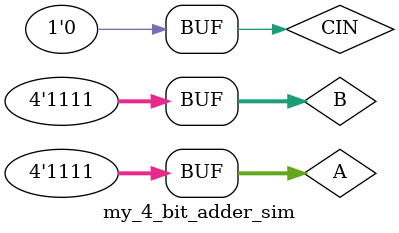
<source format=v>
`timescale 1ns / 1ps

module my_4_bit_adder_sim();
    reg [3:0] A;
    reg [3:0] B;
    reg CIN;
    
    wire [3:0] S;
    wire COUT;
    
    my_4_bit_adder dut (A, B, CIN, S, COUT);
    
    initial begin
        A = 4'b0011; B = 4'b0011; CIN = 1'b0; #10;
        A = 4'b1011; B = 4'b0111; CIN = 1'b0; #10;
        A = 4'b1111; B = 4'b1111; CIN = 1'b0; #10;
    end
endmodule
</source>
